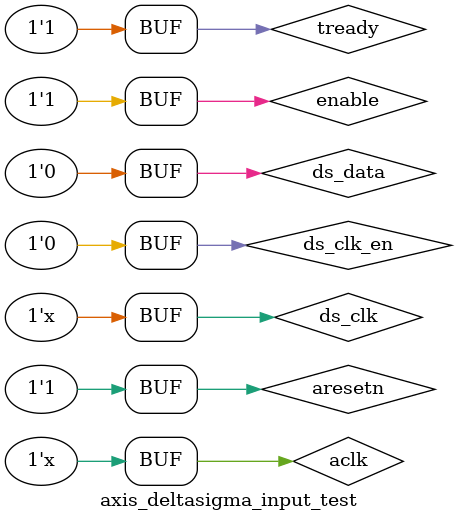
<source format=v>
`timescale 1ns / 1ps


module axis_deltasigma_input_test(
    );
    
    reg aclk, aresetn;
    reg ds_clk, ds_data;
    reg ds_clk_en;
    reg enable;
    reg tready;
    wire tvalid;
    wire [7:0] tdata;
    
    axis_deltasigma_input DUT(
        .m_axis_aclk(aclk),
        .m_axis_aresetn(aresetn),
        
        .ds_clk_i(ds_clk & ds_clk_en),
        .ds_data_i(ds_data),
        .enable(enable),
        
        .m_axis_tvalid(tvalid),
        .m_axis_tready(tready),
        .m_axis_tdata(tdata)
        );
        
    initial begin
        aclk = 0;
        aresetn = 0;
        ds_clk_en = 0;
        ds_clk = 0;
        ds_data = 0;
        enable = 0;
        
        #50
        aresetn = 1;
        enable = 1;
        tready = 0;
        
        #300
        ds_data = 1;
        ds_clk_en = 1;
        
        #50
        tready = 1;
        
        #200
        ds_data = 0;
        
        #500
        ds_clk_en = 0;
    end
        
    always begin
        #2.5
        aclk = ~aclk;
    end
    
    always begin
        #104
        ds_clk = ~ds_clk;
    end             
     
endmodule

</source>
